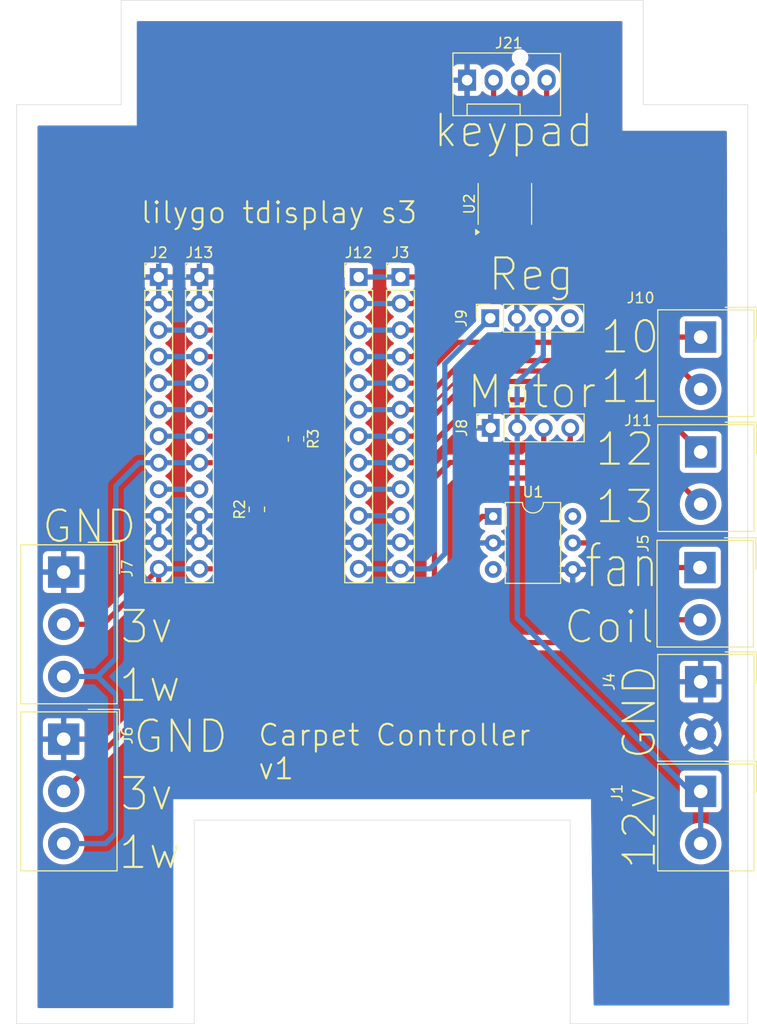
<source format=kicad_pcb>
(kicad_pcb (version 20240108) (generator "pcbnew") (generator_version "8.0")
  (layers (0 "F.Cu" signal) (31 "B.Cu" signal) (34 "B.Paste" user) (35 "F.Paste" user) (36 "B.SilkS" user "B.Silkscreen") (37 "F.SilkS" user "F.Silkscreen") (38 "B.Mask" user) (39 "F.Mask" user) (44 "Edge.Cuts" user))
  (net 0 "")
  (net 1 "+3.3V")
  (net 2 "GND")
  (net 3 "MC-CCW")
  (net 4 "1WireData")
  (net 5 "CoilPin")
  (net 6 "unconnected-(J13-Pin_9-Pad9)")
  (net 7 "GPIO18")
  (net 8 "MC-CW")
  (net 9 "FanPin")
  (net 10 "GPIO12")
  (net 11 "GPIO13")
  (net 12 "GPIO11")
  (net 13 "+5V")
  (net 14 "unconnected-(J12-Pin_10-Pad10)")
  (net 15 "RButton")
  (net 16 "unconnected-(J12-Pin_9-Pad9)")
  (net 17 "CButton")
  (net 18 "GPIO10")
  (net 19 "LButton")
  (net 20 "+12V")
  (net 21 "R Button")
  (net 22 "C Button")
  (net 23 "L Button")
  (net 26 "Fan Relay")
  (net 27 "Net-(R3-Pad2)")
  (footprint "Connector_PinSocket_2.54mm:PinSocket_1x04_P2.54mm_Vertical" (layer "F.Cu") (at 145.35 67.945 90)
    (property "Reference" "J9" (at 0 -2.77 -90) (layer "F.SilkS"))
    (property "Value" "Conn_01x04_Socket" (hide yes))
    (fp_line (start 1.33 -1.33) (end 1.33 0) (stroke (width 0.12)) (layer "F.SilkS"))
    (fp_line (start 0 -1.33) (end 1.33 -1.33) (stroke (width 0.12)) (layer "F.SilkS"))
    (fp_line (start 1.33 1.27) (end 1.33 8.95) (stroke (width 0.12)) (layer "F.SilkS"))
    (fp_line (start -1.33 1.27) (end 1.33 1.27) (stroke (width 0.12)) (layer "F.SilkS"))
    (fp_line (start -1.33 1.27) (end -1.33 8.95) (stroke (width 0.12)) (layer "F.SilkS"))
    (fp_line (start -1.33 8.95) (end 1.33 8.95) (stroke (width 0.12)) (layer "F.SilkS"))
    (pad "1" thru_hole rect (at 0 0 90) (size 1.7 1.7) (drill 1) (layers "*.Cu" "*.Mask") (net 13 "+5V"))
    (pad "2" thru_hole oval (at 0 2.54 90) (size 1.7 1.7) (drill 1) (layers "*.Cu" "*.Mask") (net 2 "GND"))
    (pad "3" thru_hole oval (at 0 5.08 90) (size 1.7 1.7) (drill 1) (layers "*.Cu" "*.Mask") (net 20 "+12V"))
    (pad "4" thru_hole oval (at 0 7.62 90) (size 1.7 1.7) (drill 1) (layers "*.Cu" "*.Mask"))
  )
  (footprint "Resistor_SMD:R_0805_2012Metric_Pad1.20x1.40mm_HandSolder" (layer "F.Cu") (at 123 86.25 90)
    (property "Reference" "R2" (at 0 -1.65 270) (layer "F.SilkS"))
    (property "Value" "R_Small")
    (fp_line (start -0.227064 -0.735) (end 0.227064 -0.735) (stroke (width 0.12)) (layer "F.SilkS"))
    (fp_line (start -0.227064 0.735) (end 0.227064 0.735) (stroke (width 0.12)) (layer "F.SilkS"))
    (pad "1" smd roundrect (at -1 0 90) (size 1.2 1.4) (layers "F.Cu" "F.Paste" "F.Mask") (roundrect_rratio 0.208333) (net 1 "+3.3V"))
    (pad "2" smd roundrect (at 1 0 90) (size 1.2 1.4) (layers "F.Cu" "F.Paste" "F.Mask") (roundrect_rratio 0.208333) (net 4 "1WireData"))
  )
  (footprint "Connector_PinHeader_2.54mm:PinHeader_1x12_P2.54mm_Vertical" (layer "F.Cu") (at 113.6 64)
    (property "Reference" "J2" (at 0 -2.33 0) (layer "F.SilkS"))
    (property "Value" "Conn_01x12_Socket" (hide yes))
    (fp_line (start -1.33 -1.33) (end 0 -1.33) (stroke (width 0.12)) (layer "F.SilkS"))
    (fp_line (start -1.33 0) (end -1.33 -1.33) (stroke (width 0.12)) (layer "F.SilkS"))
    (fp_line (start -1.33 1.27) (end -1.33 29.27) (stroke (width 0.12)) (layer "F.SilkS"))
    (fp_line (start -1.33 1.27) (end 1.33 1.27) (stroke (width 0.12)) (layer "F.SilkS"))
    (fp_line (start -1.33 29.27) (end 1.33 29.27) (stroke (width 0.12)) (layer "F.SilkS"))
    (fp_line (start 1.33 1.27) (end 1.33 29.27) (stroke (width 0.12)) (layer "F.SilkS"))
    (pad "1" thru_hole rect (at 0 0) (size 1.7 1.7) (drill 1) (layers "*.Cu" "*.Mask") (net 2 "GND"))
    (pad "2" thru_hole oval (at 0 2.54) (size 1.7 1.7) (drill 1) (layers "*.Cu" "*.Mask") (net 2 "GND"))
    (pad "3" thru_hole oval (at 0 5.08) (size 1.7 1.7) (drill 1) (layers "*.Cu" "*.Mask") (net 8 "MC-CW"))
    (pad "4" thru_hole oval (at 0 7.62) (size 1.7 1.7) (drill 1) (layers "*.Cu" "*.Mask") (net 3 "MC-CCW"))
    (pad "5" thru_hole oval (at 0 10.16) (size 1.7 1.7) (drill 1) (layers "*.Cu" "*.Mask") (net 7 "GPIO18"))
    (pad "6" thru_hole oval (at 0 12.7) (size 1.7 1.7) (drill 1) (layers "*.Cu" "*.Mask") (net 9 "FanPin"))
    (pad "7" thru_hole oval (at 0 15.24) (size 1.7 1.7) (drill 1) (layers "*.Cu" "*.Mask") (net 5 "CoilPin"))
    (pad "8" thru_hole oval (at 0 17.78) (size 1.7 1.7) (drill 1) (layers "*.Cu" "*.Mask") (net 4 "1WireData"))
    (pad "9" thru_hole oval (at 0 20.32) (size 1.7 1.7) (drill 1) (layers "*.Cu" "*.Mask") (net 6 "unconnected-(J13-Pin_9-Pad9)"))
    (pad "10" thru_hole oval (at 0 22.86) (size 1.7 1.7) (drill 1) (layers "*.Cu" "*.Mask") (net 2 "GND"))
    (pad "11" thru_hole oval (at 0 25.4) (size 1.7 1.7) (drill 1) (layers "*.Cu" "*.Mask") (net 2 "GND"))
    (pad "12" thru_hole oval (at 0 27.94) (size 1.7 1.7) (drill 1) (layers "*.Cu" "*.Mask") (net 1 "+3.3V"))
  )
  (footprint "Connector_PinHeader_2.54mm:PinHeader_1x12_P2.54mm_Vertical" (layer "F.Cu") (at 117.5 64)
    (property "Reference" "J13" (at 0 -2.33 0) (layer "F.SilkS"))
    (property "Value" "Conn_01x12_Socket" (hide yes))
    (fp_line (start -1.33 -1.33) (end 0 -1.33) (stroke (width 0.12)) (layer "F.SilkS"))
    (fp_line (start -1.33 0) (end -1.33 -1.33) (stroke (width 0.12)) (layer "F.SilkS"))
    (fp_line (start -1.33 1.27) (end -1.33 29.27) (stroke (width 0.12)) (layer "F.SilkS"))
    (fp_line (start -1.33 1.27) (end 1.33 1.27) (stroke (width 0.12)) (layer "F.SilkS"))
    (fp_line (start -1.33 29.27) (end 1.33 29.27) (stroke (width 0.12)) (layer "F.SilkS"))
    (fp_line (start 1.33 1.27) (end 1.33 29.27) (stroke (width 0.12)) (layer "F.SilkS"))
    (pad "1" thru_hole rect (at 0 0) (size 1.7 1.7) (drill 1) (layers "*.Cu" "*.Mask") (net 2 "GND"))
    (pad "2" thru_hole oval (at 0 2.54) (size 1.7 1.7) (drill 1) (layers "*.Cu" "*.Mask") (net 2 "GND"))
    (pad "3" thru_hole oval (at 0 5.08) (size 1.7 1.7) (drill 1) (layers "*.Cu" "*.Mask") (net 8 "MC-CW"))
    (pad "4" thru_hole oval (at 0 7.62) (size 1.7 1.7) (drill 1) (layers "*.Cu" "*.Mask") (net 3 "MC-CCW"))
    (pad "5" thru_hole oval (at 0 10.16) (size 1.7 1.7) (drill 1) (layers "*.Cu" "*.Mask") (net 7 "GPIO18"))
    (pad "6" thru_hole oval (at 0 12.7) (size 1.7 1.7) (drill 1) (layers "*.Cu" "*.Mask") (net 9 "FanPin"))
    (pad "7" thru_hole oval (at 0 15.24) (size 1.7 1.7) (drill 1) (layers "*.Cu" "*.Mask") (net 5 "CoilPin"))
    (pad "8" thru_hole oval (at 0 17.78) (size 1.7 1.7) (drill 1) (layers "*.Cu" "*.Mask") (net 4 "1WireData"))
    (pad "9" thru_hole oval (at 0 20.32) (size 1.7 1.7) (drill 1) (layers "*.Cu" "*.Mask") (net 6 "unconnected-(J13-Pin_9-Pad9)"))
    (pad "10" thru_hole oval (at 0 22.86) (size 1.7 1.7) (drill 1) (layers "*.Cu" "*.Mask") (net 2 "GND"))
    (pad "11" thru_hole oval (at 0 25.4) (size 1.7 1.7) (drill 1) (layers "*.Cu" "*.Mask") (net 2 "GND"))
    (pad "12" thru_hole oval (at 0 27.94) (size 1.7 1.7) (drill 1) (layers "*.Cu" "*.Mask") (net 1 "+3.3V"))
  )
  (footprint "TerminalBlock_Altech:Altech_AK100_1x02_P5.00mm" (layer "F.Cu") (at 165.5 102.75 -90)
    (property "Reference" "J4" (at 0 8.75 90) (layer "F.SilkS"))
    (property "Value" "Screw_Terminal_01x02" (hide yes))
    (fp_line (start -2.61 4.11) (end 7.61 4.11) (stroke (width 0.12)) (layer "F.SilkS"))
    (fp_line (start -2.85 -2.35) (end -2.85 -5.35) (stroke (width 0.12)) (layer "F.SilkS"))
    (fp_line (start -2.61 -5.11) (end -2.61 4.11) (stroke (width 0.12)) (layer "F.SilkS"))
    (fp_line (start -2.61 -5.11) (end 7.61 -5.11) (stroke (width 0.12)) (layer "F.SilkS"))
    (fp_line (start 7.61 -5.11) (end 7.61 4.11) (stroke (width 0.12)) (layer "F.SilkS"))
    (fp_line (start -2.85 -5.35) (end 0.15 -5.35) (stroke (width 0.12)) (layer "F.SilkS"))
    (pad "1" thru_hole rect (at 0 0 270) (size 3 3) (drill 1.3) (layers "*.Cu" "*.Mask") (net 2 "GND"))
    (pad "2" thru_hole circle (at 5 0 270) (size 3 3) (drill 1.3) (layers "*.Cu" "*.Mask") (net 2 "GND"))
  )
  (footprint "Package_SO:SOIC-8_3.9x4.9mm_P1.27mm" (layer "F.Cu") (at 146.75 57 90)
    (property "Reference" "U2" (at 0 -3.4 270) (layer "F.SilkS"))
    (property "Value" "LF398_SOIC8")
    (fp_line (start 0 -2.56) (end 1.95 -2.56) (stroke (width 0.12)) (layer "F.SilkS"))
    (fp_line (start 0 -2.56) (end -1.95 -2.56) (stroke (width 0.12)) (layer "F.SilkS"))
    (fp_line (start 0 2.56) (end 1.95 2.56) (stroke (width 0.12)) (layer "F.SilkS"))
    (fp_line (start 0 2.56) (end -1.95 2.56) (stroke (width 0.12)) (layer "F.SilkS"))
    (fp_poly (pts (xy -2.7 -2.465) (xy -2.94 -2.795) (xy -2.46 -2.795) (xy -2.7 -2.465)) (stroke (width 0.12)) (fill solid) (layer "F.SilkS"))
    (pad "1" smd roundrect (at -2.475 -1.905 90) (size 1.95 0.6) (layers "F.Cu" "F.Paste" "F.Mask") (net 1 "+3.3V"))
    (pad "2" smd roundrect (at -2.475 -0.635 90) (size 1.95 0.6) (layers "F.Cu" "F.Paste" "F.Mask") (net 19 "LButton"))
    (pad "3" smd roundrect (at -2.475 0.635 90) (size 1.95 0.6) (layers "F.Cu" "F.Paste" "F.Mask") (net 15 "RButton"))
    (pad "4" smd roundrect (at -2.475 1.905 90) (size 1.95 0.6) (layers "F.Cu" "F.Paste" "F.Mask") (net 17 "CButton"))
    (pad "5" smd roundrect (at 2.475 1.905 90) (size 1.95 0.6) (layers "F.Cu" "F.Paste" "F.Mask") (net 23 "L Button"))
    (pad "6" smd roundrect (at 2.475 0.635 90) (size 1.95 0.6) (layers "F.Cu" "F.Paste" "F.Mask") (net 21 "R Button"))
    (pad "7" smd roundrect (at 2.475 -0.635 90) (size 1.95 0.6) (layers "F.Cu" "F.Paste" "F.Mask") (net 22 "C Button"))
    (pad "8" smd roundrect (at 2.475 -1.905 90) (size 1.95 0.6) (layers "F.Cu" "F.Paste" "F.Mask") (net 2 "GND"))
  )
  (footprint "TerminalBlock_Altech:Altech_AK100_1x02_P5.00mm" (layer "F.Cu") (at 165.5 113.25 -90)
    (property "Reference" "J1" (at 0.15 8 90) (layer "F.SilkS"))
    (property "Value" "Screw_Terminal_01x02" (hide yes))
    (fp_line (start -2.61 4.11) (end 7.61 4.11) (stroke (width 0.12)) (layer "F.SilkS"))
    (fp_line (start -2.85 -2.35) (end -2.85 -5.35) (stroke (width 0.12)) (layer "F.SilkS"))
    (fp_line (start -2.61 -5.11) (end -2.61 4.11) (stroke (width 0.12)) (layer "F.SilkS"))
    (fp_line (start -2.61 -5.11) (end 7.61 -5.11) (stroke (width 0.12)) (layer "F.SilkS"))
    (fp_line (start 7.61 -5.11) (end 7.61 4.11) (stroke (width 0.12)) (layer "F.SilkS"))
    (fp_line (start -2.85 -5.35) (end 0.15 -5.35) (stroke (width 0.12)) (layer "F.SilkS"))
    (pad "1" thru_hole rect (at 0 0 270) (size 3 3) (drill 1.3) (layers "*.Cu" "*.Mask") (net 20 "+12V"))
    (pad "2" thru_hole circle (at 5 0 270) (size 3 3) (drill 1.3) (layers "*.Cu" "*.Mask") (net 20 "+12V"))
  )
  (footprint "TerminalBlock_Altech:Altech_AK100_1x02_P5.00mm" (layer "F.Cu") (at 165.5 69.75 -90)
    (property "Reference" "J10" (at -3.75 5.75 180) (layer "F.SilkS"))
    (property "Value" "Screw_Terminal_01x02" (hide yes))
    (fp_line (start -2.61 4.11) (end 7.61 4.11) (stroke (width 0.12)) (layer "F.SilkS"))
    (fp_line (start -2.85 -2.35) (end -2.85 -5.35) (stroke (width 0.12)) (layer "F.SilkS"))
    (fp_line (start -2.61 -5.11) (end -2.61 4.11) (stroke (width 0.12)) (layer "F.SilkS"))
    (fp_line (start -2.61 -5.11) (end 7.61 -5.11) (stroke (width 0.12)) (layer "F.SilkS"))
    (fp_line (start 7.61 -5.11) (end 7.61 4.11) (stroke (width 0.12)) (layer "F.SilkS"))
    (fp_line (start -2.85 -5.35) (end 0.15 -5.35) (stroke (width 0.12)) (layer "F.SilkS"))
    (pad "1" thru_hole rect (at 0 0 270) (size 3 3) (drill 1.3) (layers "*.Cu" "*.Mask") (net 18 "GPIO10"))
    (pad "2" thru_hole circle (at 5 0 270) (size 3 3) (drill 1.3) (layers "*.Cu" "*.Mask") (net 12 "GPIO11"))
  )
  (footprint "Connector_PinHeader_2.54mm:PinHeader_1x12_P2.54mm_Vertical" (layer "F.Cu") (at 132.75 64)
    (property "Reference" "J12" (at 0 -2.33 0) (layer "F.SilkS"))
    (property "Value" "Conn_01x12_Socket" (hide yes))
    (fp_line (start -1.33 -1.33) (end 0 -1.33) (stroke (width 0.12)) (layer "F.SilkS"))
    (fp_line (start -1.33 0) (end -1.33 -1.33) (stroke (width 0.12)) (layer "F.SilkS"))
    (fp_line (start -1.33 1.27) (end -1.33 29.27) (stroke (width 0.12)) (layer "F.SilkS"))
    (fp_line (start -1.33 1.27) (end 1.33 1.27) (stroke (width 0.12)) (layer "F.SilkS"))
    (fp_line (start -1.33 29.27) (end 1.33 29.27) (stroke (width 0.12)) (layer "F.SilkS"))
    (fp_line (start 1.33 1.27) (end 1.33 29.27) (stroke (width 0.12)) (layer "F.SilkS"))
    (pad "1" thru_hole rect (at 0 0) (size 1.7 1.7) (drill 1) (layers "*.Cu" "*.Mask") (net 1 "+3.3V"))
    (pad "2" thru_hole oval (at 0 2.54) (size 1.7 1.7) (drill 1) (layers "*.Cu" "*.Mask") (net 19 "LButton"))
    (pad "3" thru_hole oval (at 0 5.08) (size 1.7 1.7) (drill 1) (layers "*.Cu" "*.Mask") (net 15 "RButton"))
    (pad "4" thru_hole oval (at 0 7.62) (size 1.7 1.7) (drill 1) (layers "*.Cu" "*.Mask") (net 17 "CButton"))
    (pad "5" thru_hole oval (at 0 10.16) (size 1.7 1.7) (drill 1) (layers "*.Cu" "*.Mask") (net 18 "GPIO10"))
    (pad "6" thru_hole oval (at 0 12.7) (size 1.7 1.7) (drill 1) (layers "*.Cu" "*.Mask") (net 12 "GPIO11"))
    (pad "7" thru_hole oval (at 0 15.24) (size 1.7 1.7) (drill 1) (layers "*.Cu" "*.Mask") (net 10 "GPIO12"))
    (pad "8" thru_hole oval (at 0 17.78) (size 1.7 1.7) (drill 1) (layers "*.Cu" "*.Mask") (net 11 "GPIO13"))
    (pad "9" thru_hole oval (at 0 20.32) (size 1.7 1.7) (drill 1) (layers "*.Cu" "*.Mask") (net 16 "unconnected-(J12-Pin_9-Pad9)"))
    (pad "10" thru_hole oval (at 0 22.86) (size 1.7 1.7) (drill 1) (layers "*.Cu" "*.Mask") (net 14 "unconnected-(J12-Pin_10-Pad10)"))
    (pad "11" thru_hole oval (at 0 25.4) (size 1.7 1.7) (drill 1) (layers "*.Cu" "*.Mask") (net 2 "GND"))
    (pad "12" thru_hole oval (at 0 27.94) (size 1.7 1.7) (drill 1) (layers "*.Cu" "*.Mask") (net 13 "+5V"))
  )
  (footprint "Connector:FanPinHeader_1x04_P2.54mm_Vertical" (layer "F.Cu") (at 143.13 45.15)
    (property "Reference" "J21" (at 4 -3.55 360) (layer "F.SilkS"))
    (property "Value" "Conn_01x04_Pin" (hide yes))
    (fp_line (start -1.35 -2.6) (end 4.4 -2.6) (stroke (width 0.12)) (layer "F.SilkS"))
    (fp_line (start -1.35 3.4) (end -1.35 -2.6) (stroke (width 0.12)) (layer "F.SilkS"))
    (fp_line (start 0 2.29) (end 5.08 2.29) (stroke (width 0.12)) (layer "F.SilkS"))
    (fp_line (start 0 3.3) (end 0 2.29) (stroke (width 0.12)) (layer "F.SilkS"))
    (fp_line (start 5.08 2.29) (end 5.08 3.3) (stroke (width 0.12)) (layer "F.SilkS"))
    (fp_line (start 5.75 -2.55) (end 8.95 -2.55) (stroke (width 0.12)) (layer "F.SilkS"))
    (fp_line (start 8.95 -2.55) (end 8.95 3.4) (stroke (width 0.12)) (layer "F.SilkS"))
    (fp_line (start 8.95 3.4) (end -1.35 3.4) (stroke (width 0.12)) (layer "F.SilkS"))
    (pad "" np_thru_hole circle (at 5.08 -2.16 90) (size 1.1 1.1) (drill 1.1) (layers "*.Cu" "*.Mask"))
    (pad "1" thru_hole rect (at 0 0 90) (size 2.03 1.73) (drill 1.02) (layers "*.Cu" "*.Mask") (net 2 "GND"))
    (pad "2" thru_hole oval (at 2.54 0 90) (size 2.03 1.73) (drill 1.02) (layers "*.Cu" "*.Mask") (net 22 "C Button"))
    (pad "3" thru_hole oval (at 5.08 0 90) (size 2.03 1.73) (drill 1.02) (layers "*.Cu" "*.Mask") (net 21 "R Button"))
    (pad "4" thru_hole oval (at 7.62 0 90) (size 2.03 1.73) (drill 1.02) (layers "*.Cu" "*.Mask") (net 23 "L Button"))
  )
  (footprint "Connector_PinHeader_2.54mm:PinHeader_1x12_P2.54mm_Vertical" (layer "F.Cu") (at 136.75 64)
    (property "Reference" "J3" (at 0 -2.33 0) (layer "F.SilkS"))
    (property "Value" "Conn_01x12_Socket" (hide yes))
    (fp_line (start -1.33 -1.33) (end 0 -1.33) (stroke (width 0.12)) (layer "F.SilkS"))
    (fp_line (start -1.33 0) (end -1.33 -1.33) (stroke (width 0.12)) (layer "F.SilkS"))
    (fp_line (start -1.33 1.27) (end -1.33 29.27) (stroke (width 0.12)) (layer "F.SilkS"))
    (fp_line (start -1.33 1.27) (end 1.33 1.27) (stroke (width 0.12)) (layer "F.SilkS"))
    (fp_line (start -1.33 29.27) (end 1.33 29.27) (stroke (width 0.12)) (layer "F.SilkS"))
    (fp_line (start 1.33 1.27) (end 1.33 29.27) (stroke (width 0.12)) (layer "F.SilkS"))
    (pad "1" thru_hole rect (at 0 0) (size 1.7 1.7) (drill 1) (layers "*.Cu" "*.Mask") (net 1 "+3.3V"))
    (pad "2" thru_hole oval (at 0 2.54) (size 1.7 1.7) (drill 1) (layers "*.Cu" "*.Mask") (net 19 "LButton"))
    (pad "3" thru_hole oval (at 0 5.08) (size 1.7 1.7) (drill 1) (layers "*.Cu" "*.Mask") (net 15 "RButton"))
    (pad "4" thru_hole oval (at 0 7.62) (size 1.7 1.7) (drill 1) (layers "*.Cu" "*.Mask") (net 17 "CButton"))
    (pad "5" thru_hole oval (at 0 10.16) (size 1.7 1.7) (drill 1) (layers "*.Cu" "*.Mask") (net 18 "GPIO10"))
    (pad "6" thru_hole oval (at 0 12.7) (size 1.7 1.7) (drill 1) (layers "*.Cu" "*.Mask") (net 12 "GPIO11"))
    (pad "7" thru_hole oval (at 0 15.24) (size 1.7 1.7) (drill 1) (layers "*.Cu" "*.Mask") (net 10 "GPIO12"))
    (pad "8" thru_hole oval (at 0 17.78) (size 1.7 1.7) (drill 1) (layers "*.Cu" "*.Mask") (net 11 "GPIO13"))
    (pad "9" thru_hole oval (at 0 20.32) (size 1.7 1.7) (drill 1) (layers "*.Cu" "*.Mask") (net 16 "unconnected-(J12-Pin_9-Pad9)"))
    (pad "10" thru_hole oval (at 0 22.86) (size 1.7 1.7) (drill 1) (layers "*.Cu" "*.Mask") (net 14 "unconnected-(J12-Pin_10-Pad10)"))
    (pad "11" thru_hole oval (at 0 25.4) (size 1.7 1.7) (drill 1) (layers "*.Cu" "*.Mask") (net 2 "GND"))
    (pad "12" thru_hole oval (at 0 27.94) (size 1.7 1.7) (drill 1) (layers "*.Cu" "*.Mask") (net 13 "+5V"))
  )
  (footprint "Connector_PinSocket_2.54mm:PinSocket_1x04_P2.54mm_Vertical" (layer "F.Cu") (at 145.39 78.445 90)
    (property "Reference" "J8" (at 0 -2.77 -90) (layer "F.SilkS"))
    (property "Value" "Conn_01x04_Socket" (hide yes))
    (fp_line (start 1.33 -1.33) (end 1.33 0) (stroke (width 0.12)) (layer "F.SilkS"))
    (fp_line (start 0 -1.33) (end 1.33 -1.33) (stroke (width 0.12)) (layer "F.SilkS"))
    (fp_line (start 1.33 1.27) (end 1.33 8.95) (stroke (width 0.12)) (layer "F.SilkS"))
    (fp_line (start -1.33 1.27) (end 1.33 1.27) (stroke (width 0.12)) (layer "F.SilkS"))
    (fp_line (start -1.33 1.27) (end -1.33 8.95) (stroke (width 0.12)) (layer "F.SilkS"))
    (fp_line (start -1.33 8.95) (end 1.33 8.95) (stroke (width 0.12)) (layer "F.SilkS"))
    (pad "1" thru_hole rect (at 0 0 90) (size 1.7 1.7) (drill 1) (layers "*.Cu" "*.Mask") (net 2 "GND"))
    (pad "2" thru_hole oval (at 0 2.54 90) (size 1.7 1.7) (drill 1) (layers "*.Cu" "*.Mask") (net 20 "+12V"))
    (pad "3" thru_hole oval (at 0 5.08 90) (size 1.7 1.7) (drill 1) (layers "*.Cu" "*.Mask") (net 8 "MC-CW"))
    (pad "4" thru_hole oval (at 0 7.62 90) (size 1.7 1.7) (drill 1) (layers "*.Cu" "*.Mask") (net 3 "MC-CCW"))
  )
  (footprint "TerminalBlock_Altech:Altech_AK100_1x02_P5.00mm" (layer "F.Cu") (at 165.4325 91.8175 -90)
    (property "Reference" "J5" (at -2.3175 5.4325 90) (layer "F.SilkS"))
    (property "Value" "Screw_Terminal_01x02" (hide yes))
    (fp_line (start -2.61 4.11) (end 7.61 4.11) (stroke (width 0.12)) (layer "F.SilkS"))
    (fp_line (start -2.85 -2.35) (end -2.85 -5.35) (stroke (width 0.12)) (layer "F.SilkS"))
    (fp_line (start -2.61 -5.11) (end -2.61 4.11) (stroke (width 0.12)) (layer "F.SilkS"))
    (fp_line (start -2.61 -5.11) (end 7.61 -5.11) (stroke (width 0.12)) (layer "F.SilkS"))
    (fp_line (start 7.61 -5.11) (end 7.61 4.11) (stroke (width 0.12)) (layer "F.SilkS"))
    (fp_line (start -2.85 -5.35) (end 0.15 -5.35) (stroke (width 0.12)) (layer "F.SilkS"))
    (pad "1" thru_hole rect (at 0 0 270) (size 3 3) (drill 1.3) (layers "*.Cu" "*.Mask") (net 26 "Fan Relay"))
    (pad "2" thru_hole circle (at 5 0 270) (size 3 3) (drill 1.3) (layers "*.Cu" "*.Mask") (net 5 "CoilPin"))
  )
  (footprint "TerminalBlock_Altech:Altech_AK100_1x03_P5.00mm" (layer "F.Cu") (at 104.5 92.25 -90)
    (property "Reference" "J7" (at -0.35 -6.09 90) (layer "F.SilkS"))
    (property "Value" "Screw_Terminal_01x03")
    (fp_line (start -2.61 4.11) (end 12.61 4.11) (stroke (width 0.12)) (layer "F.SilkS"))
    (fp_line (start -2.85 -2.35) (end -2.85 -5.35) (stroke (width 0.12)) (layer "F.SilkS"))
    (fp_line (start -2.61 -5.11) (end -2.61 4.11) (stroke (width 0.12)) (layer "F.SilkS"))
    (fp_line (start -2.61 -5.11) (end 12.61 -5.11) (stroke (width 0.12)) (layer "F.SilkS"))
    (fp_line (start 12.61 -5.11) (end 12.61 4.11) (stroke (width 0.12)) (layer "F.SilkS"))
    (fp_line (start -2.85 -5.35) (end 0.15 -5.35) (stroke (width 0.12)) (layer "F.SilkS"))
    (pad "1" thru_hole rect (at 0 0 270) (size 3 3) (drill 1.3) (layers "*.Cu" "*.Mask") (net 2 "GND"))
    (pad "2" thru_hole circle (at 5 0 270) (size 3 3) (drill 1.3) (layers "*.Cu" "*.Mask") (net 1 "+3.3V"))
    (pad "3" thru_hole circle (at 10 0 270) (size 3 3) (drill 1.3) (layers "*.Cu" "*.Mask") (net 4 "1WireData"))
  )
  (footprint "TerminalBlock_Altech:Altech_AK100_1x03_P5.00mm" (layer "F.Cu") (at 104.5 108.25 -90)
    (property "Reference" "J6" (at -0.35 -6.09 90) (layer "F.SilkS"))
    (property "Value" "Screw_Terminal_01x03")
    (fp_line (start -2.61 4.11) (end 12.61 4.11) (stroke (width 0.12)) (layer "F.SilkS"))
    (fp_line (start -2.85 -2.35) (end -2.85 -5.35) (stroke (width 0.12)) (layer "F.SilkS"))
    (fp_line (start -2.61 -5.11) (end -2.61 4.11) (stroke (width 0.12)) (layer "F.SilkS"))
    (fp_line (start -2.61 -5.11) (end 12.61 -5.11) (stroke (width 0.12)) (layer "F.SilkS"))
    (fp_line (start 12.61 -5.11) (end 12.61 4.11) (stroke (width 0.12)) (layer "F.SilkS"))
    (fp_line (start -2.85 -5.35) (end 0.15 -5.35) (stroke (width 0.12)) (layer "F.SilkS"))
    (pad "1" thru_hole rect (at 0 0 270) (size 3 3) (drill 1.3) (layers "*.Cu" "*.Mask") (net 2 "GND"))
    (pad "2" thru_hole circle (at 5 0 270) (size 3 3) (drill 1.3) (layers "*.Cu" "*.Mask") (net 1 "+3.3V"))
    (pad "3" thru_hole circle (at 10 0 270) (size 3 3) (drill 1.3) (layers "*.Cu" "*.Mask") (net 4 "1WireData"))
  )
  (footprint "Resistor_SMD:R_0805_2012Metric_Pad1.20x1.40mm_HandSolder" (layer "F.Cu") (at 126.75 79.5 -90)
    (property "Reference" "R3" (at 0 -1.65 90) (layer "F.SilkS"))
    (property "Value" "R_Small")
    (fp_line (start -0.227064 0.735) (end 0.227064 0.735) (stroke (width 0.12)) (layer "F.SilkS"))
    (fp_line (start -0.227064 -0.735) (end 0.227064 -0.735) (stroke (width 0.12)) (layer "F.SilkS"))
    (pad "1" smd roundrect (at -1 0 270) (size 1.2 1.4) (layers "F.Cu" "F.Paste" "F.Mask") (roundrect_rratio 0.208333) (net 9 "FanPin"))
    (pad "2" smd roundrect (at 1 0 270) (size 1.2 1.4) (layers "F.Cu" "F.Paste" "F.Mask") (roundrect_rratio 0.208333) (net 27 "Net-(R3-Pad2)"))
  )
  (footprint "TerminalBlock_Altech:Altech_AK100_1x02_P5.00mm" (layer "F.Cu") (at 165.5 80.75 -90)
    (property "Reference" "J11" (at -3 6 180) (layer "F.SilkS"))
    (property "Value" "Screw_Terminal_01x02" (hide yes))
    (fp_line (start -2.61 4.11) (end 7.61 4.11) (stroke (width 0.12)) (layer "F.SilkS"))
    (fp_line (start -2.85 -2.35) (end -2.85 -5.35) (stroke (width 0.12)) (layer "F.SilkS"))
    (fp_line (start -2.61 -5.11) (end -2.61 4.11) (stroke (width 0.12)) (layer "F.SilkS"))
    (fp_line (start -2.61 -5.11) (end 7.61 -5.11) (stroke (width 0.12)) (layer "F.SilkS"))
    (fp_line (start 7.61 -5.11) (end 7.61 4.11) (stroke (width 0.12)) (layer "F.SilkS"))
    (fp_line (start -2.85 -5.35) (end 0.15 -5.35) (stroke (width 0.12)) (layer "F.SilkS"))
    (pad "1" thru_hole rect (at 0 0 270) (size 3 3) (drill 1.3) (layers "*.Cu" "*.Mask") (net 10 "GPIO12"))
    (pad "2" thru_hole circle (at 5 0 270) (size 3 3) (drill 1.3) (layers "*.Cu" "*.Mask") (net 11 "GPIO13"))
  )
  (footprint "Package_DIP:DIP-6_W7.62mm" (layer "F.Cu") (at 145.63 86.92)
    (property "Reference" "U1" (at 3.81 -2.33 0) (layer "F.SilkS"))
    (property "Value" "4N35")
    (fp_line (start 1.16 -1.33) (end 1.16 6.41) (stroke (width 0.12)) (layer "F.SilkS"))
    (fp_line (start 1.16 6.41) (end 6.46 6.41) (stroke (width 0.12)) (layer "F.SilkS"))
    (fp_line (start 2.81 -1.33) (end 1.16 -1.33) (stroke (width 0.12)) (layer "F.SilkS"))
    (fp_line (start 6.46 -1.33) (end 4.81 -1.33) (stroke (width 0.12)) (layer "F.SilkS"))
    (fp_line (start 6.46 6.41) (end 6.46 -1.33) (stroke (width 0.12)) (layer "F.SilkS"))
    (fp_arc (start 4.81 -1.33) (mid 3.81 -0.33) (end 2.81 -1.33) (stroke (width 0.12)) (layer "F.SilkS"))
    (pad "1" thru_hole rect (at 0 0) (size 1.6 1.6) (drill 0.8) (layers "*.Cu" "*.Mask") (net 27 "Net-(R3-Pad2)"))
    (pad "2" thru_hole oval (at 0 2.54) (size 1.6 1.6) (drill 0.8) (layers "*.Cu" "*.Mask") (net 2 "GND"))
    (pad "3" thru_hole oval (at 0 5.08) (size 1.6 1.6) (drill 0.8) (layers "*.Cu" "*.Mask"))
    (pad "4" thru_hole oval (at 7.62 5.08) (size 1.6 1.6) (drill 0.8) (layers "*.Cu" "*.Mask") (net 2 "GND"))
    (pad "5" thru_hole oval (at 7.62 2.54) (size 1.6 1.6) (drill 0.8) (layers "*.Cu" "*.Mask") (net 26 "Fan Relay"))
    (pad "6" thru_hole oval (at 7.62 0) (size 1.6 1.6) (drill 0.8) (layers "*.Cu" "*.Mask"))
  )
  (gr_line (start 153 116) (end 153 135.5) (stroke (width 0.05)) (layer "Edge.Cuts"))
  (gr_line (start 117 135.5) (end 100 135.5) (stroke (width 0.05)) (layer "Edge.Cuts"))
  (gr_line (start 170 135.5) (end 170 116) (stroke (width 0.05)) (layer "Edge.Cuts"))
  (gr_line (start 117 116) (end 117 135.5) (stroke (width 0.05)) (layer "Edge.Cuts"))
  (gr_line (start 110 37.5) (end 160 37.5) (stroke (width 0.05)) (layer "Edge.Cuts"))
  (gr_line (start 100 135.5) (end 100 116) (stroke (width 0.05)) (layer "Edge.Cuts"))
  (gr_line (start 170 47.5) (end 170 116) (stroke (width 0.05)) (layer "Edge.Cuts"))
  (gr_line (start 160 47.5) (end 160 37.5) (stroke (width 0.05)) (layer "Edge.Cuts"))
  (gr_line (start 110 47.5) (end 110 37.5) (stroke (width 0.05)) (layer "Edge.Cuts"))
  (gr_line (start 117 116) (end 153 116) (stroke (width 0.05)) (layer "Edge.Cuts"))
  (gr_line (start 170 47.5) (end 160 47.5) (stroke (width 0.05)) (layer "Edge.Cuts"))
  (gr_line (start 170 135.5) (end 153 135.5) (stroke (width 0.05)) (layer "Edge.Cuts"))
  (gr_line (start 100 47.5) (end 110 47.5) (stroke (width 0.05)) (layer "Edge.Cuts"))
  (gr_line (start 100 47.5) (end 100 116) (stroke (width 0.05)) (layer "Edge.Cuts"))
  (gr_text "Reg" (at 145 65.5 0) (layer "F.SilkS") (effects (font (size 3 3) (thickness 0.2)) (justify left bottom)))
  (gr_text "1w" (at 109.61 120.86 0) (layer "F.SilkS") (effects (font (size 3 3) (thickness 0.2)) (justify left bottom)))
  (gr_text "12v" (at 161.39 120.86 90) (layer "F.SilkS") (effects (font (size 3 3) (thickness 0.2)) (justify left bottom)))
  (gr_text "1w" (at 109.61 104.86 0) (layer "F.SilkS") (effects (font (size 3 3) (thickness 0.2)) (justify left bottom)))
  (gr_text "13" (at 155.25 87.75 0) (layer "F.SilkS") (effects (font (size 3 3) (thickness 0.2)) (justify left bottom)))
  (gr_text "3v" (at 109.75 99.25 0) (layer "F.SilkS") (effects (font (size 3 3) (thickness 0.2)) (justify left bottom)))
  (gr_text "GND\n" (at 111 109.75 0) (layer "F.SilkS") (effects (font (size 3 3) (thickness 0.2)) (justify left bottom)))
  (gr_text "10" (at 155.75 71.5 0) (layer "F.SilkS") (effects (font (size 3 3) (thickness 0.2)) (justify left bottom)))
  (gr_text "11" (at 155.75 76.25 0) (layer "F.SilkS") (effects (font (size 3 3) (thickness 0.2)) (justify left bottom)))
  (gr_text "Coil" (at 152.25 99.25 0) (layer "F.SilkS") (effects (font (size 3 3) (thickness 0.2)) (justify left bottom)))
  (gr_text "GND" (at 161.39 110.36 90) (layer "F.SilkS") (effects (font (size 3 3) (thickness 0.2)) (justify left bottom)))
  (gr_text "Motor" (at 143 76.75 0) (layer "F.SilkS") (effects (font (size 3 3) (thickness 0.2)) (justify left bottom)))
  (gr_text "Carpet Controller\nv1" (at 123 112.25 0) (layer "F.SilkS") (effects (font (size 2 2) (thickness 0.2)) (justify left bottom)))
  (gr_text "12" (at 155.25 82.25 0) (layer "F.SilkS") (effects (font (size 3 3) (thickness 0.2)) (justify left bottom)))
  (gr_text "keypad" (at 139.75 51.75 0) (layer "F.SilkS") (effects (font (size 3 3) (thickness 0.2)) (justify left bottom)))
  (gr_text "fan" (at 154.25 94 0) (layer "F.SilkS") (effects (font (size 4 3) (thickness 0.2)) (justify left bottom)))
  (gr_text "3v" (at 109.75 115.25 0) (layer "F.SilkS") (effects (font (size 3 3) (thickness 0.2)) (justify left bottom)))
  (gr_text "GND\n" (at 102.25 89.64 0) (layer "F.SilkS") (effects (font (size 3 3) (thickness 0.2)) (justify left bottom)))
  (gr_text "lilygo tdisplay s3" (at 111.75 59 0) (layer "F.SilkS") (effects (font (size 2 2) (thickness 0.2)) (justify left bottom)))
  (segment (start 136.75 64) (end 138.75 64) (width 0.5) (layer "F.Cu") (net 1))
  (segment (start 138.75 64) (end 141.5 61.25) (width 0.5) (layer "F.Cu") (net 1))
  (segment (start 144.25 61.25) (end 144.845 60.655) (width 0.5) (layer "F.Cu") (net 1))
  (segment (start 104.5 97.25) (end 108.29 97.25) (width 0.5) (layer "F.Cu") (net 1))
  (segment (start 120.5 92) (end 120.44 91.94) (width 0.5) (layer "F.Cu") (net 1))
  (segment (start 120.44 91.94) (end 117.5 91.94) (width 0.5) (layer "F.Cu") (net 1))
  (segment (start 108.29 97.25) (end 113.6 91.94) (width 0.5) (layer "F.Cu") (net 1))
  (segment (start 123 87.25) (end 123 89.5) (width 0.5) (layer "F.Cu") (net 1))
  (segment (start 144.845 60.655) (end 144.845 59.475) (width 0.5) (layer "F.Cu") (net 1))
  (segment (start 141.5 61.25) (end 144.25 61.25) (width 0.5) (layer "F.Cu") (net 1))
  (segment (start 104.5 113.25) (end 113.6 104.15) (width 0.5) (layer "F.Cu") (net 1))
  (segment (start 123 89.5) (end 120.5 92) (width 0.5) (layer "F.Cu") (net 1))
  (segment (start 113.6 104.15) (end 113.6 91.94) (width 0.5) (layer "F.Cu") (net 1))
  (segment (start 113.6 91.94) (end 117.5 91.94) (width 0.5) (layer "B.Cu") (net 1))
  (segment (start 136.75 64) (end 132.75 64) (width 0.5) (layer "B.Cu") (net 1))
  (segment (start 144.845 51.595) (end 143.13 49.88) (width 0.5) (layer "F.Cu") (net 2))
  (segment (start 143.13 49.88) (end 143.13 45.15) (width 0.5) (layer "F.Cu") (net 2))
  (segment (start 144.845 54.525) (end 144.845 51.595) (width 0.5) (layer "F.Cu") (net 2))
  (segment (start 136.75 89.4) (end 132.75 89.4) (width 0.5) (layer "B.Cu") (net 2))
  (segment (start 113.6 64) (end 117.5 64) (width 0.5) (layer "B.Cu") (net 2))
  (segment (start 113.6 89.4) (end 117.5 89.4) (width 0.5) (layer "B.Cu") (net 2))
  (segment (start 113.6 66.54) (end 117.5 66.54) (width 0.5) (layer "B.Cu") (net 2))
  (segment (start 113.6 86.86) (end 117.5 86.86) (width 0.5) (layer "B.Cu") (net 2))
  (segment (start 141.5 93.75) (end 141.5 84) (width 0.5) (layer "F.Cu") (net 3))
  (segment (start 141.5 84) (end 142.25 83.25) (width 0.5) (layer "F.Cu") (net 3))
  (segment (start 129.25 73.5) (end 129.25 94) (width 0.5) (layer "F.Cu") (net 3))
  (segment (start 149.407081 83.25) (end 153.01 79.647081) (width 0.5) (layer "F.Cu") (net 3))
  (segment (start 129.25 94) (end 131.25 96) (width 0.5) (layer "F.Cu") (net 3))
  (segment (start 142.25 83.25) (end 149.407081 83.25) (width 0.5) (layer "F.Cu") (net 3))
  (segment (start 153.01 79.647081) (end 153.01 78.445) (width 0.5) (layer "F.Cu") (net 3))
  (segment (start 139.25 96) (end 141.5 93.75) (width 0.5) (layer "F.Cu") (net 3))
  (segment (start 127.37 71.62) (end 129.25 73.5) (width 0.5) (layer "F.Cu") (net 3))
  (segment (start 131.25 96) (end 139.25 96) (width 0.5) (layer "F.Cu") (net 3))
  (segment (start 117.5 71.62) (end 127.37 71.62) (width 0.5) (layer "F.Cu") (net 3))
  (segment (start 113.6 71.62) (end 117.5 71.62) (width 0.5) (layer "B.Cu") (net 3))
  (segment (start 117.5 81.78) (end 120.53 81.78) (width 0.5) (layer "F.Cu") (net 4))
  (segment (start 123 84.25) (end 123 85.25) (width 0.5) (layer "F.Cu") (net 4))
  (segment (start 120.53 81.78) (end 123 84.25) (width 0.5) (layer "F.Cu") (net 4))
  (segment (start 104.5 118.25) (end 108.5 118.25) (width 0.5) (layer "B.Cu") (net 4))
  (segment (start 109.5 117.25) (end 109.5 104) (width 0.5) (layer "B.Cu") (net 4))
  (segment (start 108.5 118.25) (end 109.5 117.25) (width 0.5) (layer "B.Cu") (net 4))
  (segment (start 113.6 81.78) (end 117.5 81.78) (width 0.5) (layer "B.Cu") (net 4))
  (segment (start 109.5 100.5) (end 107.75 102.25) (width 0.5) (layer "B.Cu") (net 4))
  (segment (start 109.5 84) (end 109.5 100.5) (width 0.5) (layer "B.Cu") (net 4))
  (segment (start 111.72 81.78) (end 109.5 84) (width 0.5) (layer "B.Cu") (net 4))
  (segment (start 113.6 81.78) (end 111.72 81.78) (width 0.5) (layer "B.Cu") (net 4))
  (segment (start 107.75 102.25) (end 109.5 104) (width 0.5) (layer "B.Cu") (net 4))
  (segment (start 104.5 102.25) (end 107.75 102.25) (width 0.5) (layer "B.Cu") (net 4))
  (segment (start 125 83.25) (end 125 95.5) (width 0.5) (layer "F.Cu") (net 5))
  (segment (start 125 95.5) (end 128.5 99) (width 0.5) (layer "F.Cu") (net 5))
  (segment (start 128.5 99) (end 154.75 99) (width 0.5) (layer "F.Cu") (net 5))
  (segment (start 117.5 79.24) (end 120.99 79.24) (width 0.5) (layer "F.Cu") (net 5))
  (segment (start 157 96.75) (end 157.0675 96.8175) (width 0.5) (layer "F.Cu") (net 5))
  (segment (start 120.99 79.24) (end 125 83.25) (width 0.5) (layer "F.Cu") (net 5))
  (segment (start 157.0675 96.8175) (end 165.4325 96.8175) (width 0.5) (layer "F.Cu") (net 5))
  (segment (start 154.75 99) (end 157 96.75) (width 0.5) (layer "F.Cu") (net 5))
  (segment (start 113.6 79.24) (end 117.5 79.24) (width 0.5) (layer "B.Cu") (net 5))
  (segment (start 113.6 84.32) (end 117.5 84.32) (width 0.5) (layer "B.Cu") (net 6))
  (segment (start 113.6 74.16) (end 117.5 74.16) (width 0.5) (layer "B.Cu") (net 7))
  (segment (start 141.5 81.75) (end 148.75 81.75) (width 0.5) (layer "F.Cu") (net 8))
  (segment (start 140 83.25) (end 141.5 81.75) (width 0.5) (layer "F.Cu") (net 8))
  (segment (start 150.47 79.97) (end 150.47 78.445) (width 0.5) (layer "F.Cu") (net 8))
  (segment (start 131.75 94.75) (end 138.75 94.75) (width 0.5) (layer "F.Cu") (net 8))
  (segment (start 117.5 69.08) (end 128.33 69.08) (width 0.5) (layer "F.Cu") (net 8))
  (segment (start 150.5 80) (end 150.47 79.97) (width 0.5) (layer "F.Cu") (net 8))
  (segment (start 138.75 94.75) (end 140 93.5) (width 0.5) (layer "F.Cu") (net 8))
  (segment (start 148.75 81.75) (end 150.5 80) (width 0.5) (layer "F.Cu") (net 8))
  (segment (start 130.5 71.25) (end 130.5 93.5) (width 0.5) (layer "F.Cu") (net 8))
  (segment (start 128.33 69.08) (end 130.5 71.25) (width 0.5) (layer "F.Cu") (net 8))
  (segment (start 130.5 93.5) (end 131.75 94.75) (width 0.5) (layer "F.Cu") (net 8))
  (segment (start 140 93.5) (end 140 83.25) (width 0.5) (layer "F.Cu") (net 8))
  (segment (start 113.6 69.08) (end 117.5 69.08) (width 0.5) (layer "B.Cu") (net 8))
  (segment (start 124.95 76.7) (end 117.5 76.7) (width 0.5) (layer "F.Cu") (net 9))
  (segment (start 125 76.75) (end 124.95 76.7) (width 0.5) (layer "F.Cu") (net 9))
  (segment (start 126.75 77.75) (end 125.75 76.75) (width 0.5) (layer "F.Cu") (net 9))
  (segment (start 125.75 76.75) (end 125 76.75) (width 0.5) (layer "F.Cu") (net 9))
  (segment (start 126.75 78.5) (end 126.75 77.75) (width 0.5) (layer "F.Cu") (net 9))
  (segment (start 113.6 76.7) (end 117.5 76.7) (width 0.5) (layer "B.Cu") (net 9))
  (segment (start 160.75 74.5) (end 160.75 76) (width 0.5) (layer "F.Cu") (net 10))
  (segment (start 143.25 74) (end 160.25 74) (width 0.5) (layer "F.Cu") (net 10))
  (segment (start 160.25 74) (end 160.75 74.5) (width 0.5) (layer "F.Cu") (net 10))
  (segment (start 138.01 79.24) (end 143.25 74) (width 0.5) (layer "F.Cu") (net 10))
  (segment (start 136.75 79.24) (end 138.01 79.24) (width 0.5) (layer "F.Cu") (net 10))
  (segment (start 160.75 76) (end 165.5 80.75) (width 0.5) (layer "F.Cu") (net 10))
  (segment (start 136.75 79.24) (end 132.75 79.24) (width 0.5) (layer "B.Cu") (net 10))
  (segment (start 157.5 75.75) (end 161.5 79.75) (width 0.5) (layer "F.Cu") (net 11))
  (segment (start 136.75 81.78) (end 137.97 81.78) (width 0.5) (layer "F.Cu") (net 11))
  (segment (start 144 75.75) (end 157.5 75.75) (width 0.5) (layer "F.Cu") (net 11))
  (segment (start 161.5 79.75) (end 161.5 81.75) (width 0.5) (layer "F.Cu") (net 11))
  (segment (start 137.97 81.78) (end 144 75.75) (width 0.5) (layer "F.Cu") (net 11))
  (segment (start 161.5 81.75) (end 165.5 85.75) (width 0.5) (layer "F.Cu") (net 11))
  (segment (start 136.75 81.78) (end 132.75 81.78) (width 0.5) (layer "B.Cu") (net 11))
  (segment (start 136.75 76.7) (end 138.05 76.7) (width 0.5) (layer "F.Cu") (net 12))
  (segment (start 142.75 72) (end 162.75 72) (width 0.5) (layer "F.Cu") (net 12))
  (segment (start 138.05 76.7) (end 142.75 72) (width 0.5) (layer "F.Cu") (net 12))
  (segment (start 162.75 72) (end 165.5 74.75) (width 0.5) (layer "F.Cu") (net 12))
  (segment (start 136.75 76.7) (end 132.75 76.7) (width 0.5) (layer "B.Cu") (net 12))
  (segment (start 139.56 91.94) (end 141 90.5) (width 0.5) (layer "B.Cu") (net 13))
  (segment (start 136.75 91.94) (end 139.56 91.94) (width 0.5) (layer "B.Cu") (net 13))
  (segment (start 141 72.295) (end 145.35 67.945) (width 0.5) (layer "B.Cu") (net 13))
  (segment (start 141 90.5) (end 141 72.295) (width 0.5) (layer "B.Cu") (net 13))
  (segment (start 136.75 91.94) (end 132.75 91.94) (width 0.5) (layer "B.Cu") (net 13))
  (segment (start 136.75 86.86) (end 132.75 86.86) (width 0.5) (layer "B.Cu") (net 14))
  (segment (start 147.385 60.449999) (end 147.385 59.475) (width 0.5) (layer "F.Cu") (net 15))
  (segment (start 138.754999 69.08) (end 147.385 60.449999) (width 0.5) (layer "F.Cu") (net 15))
  (segment (start 136.75 69.08) (end 138.754999 69.08) (width 0.5) (layer "F.Cu") (net 15))
  (segment (start 136.75 69.08) (end 132.75 69.08) (width 0.5) (layer "B.Cu") (net 15))
  (segment (start 136.75 84.32) (end 132.75 84.32) (width 0.5) (layer "B.Cu") (net 16))
  (segment (start 148.655 60.917081) (end 148.655 59.475) (width 0.5) (layer "F.Cu") (net 17))
  (segment (start 137.952081 71.62) (end 148.655 60.917081) (width 0.5) (layer "F.Cu") (net 17))
  (segment (start 136.75 71.62) (end 137.952081 71.62) (width 0.5) (layer "F.Cu") (net 17))
  (segment (start 136.75 71.62) (end 132.75 71.62) (width 0.5) (layer "B.Cu") (net 17))
  (segment (start 142.25 70.25) (end 162.5 70.25) (width 0.5) (layer "F.Cu") (net 18))
  (segment (start 163 69.75) (end 165.5 69.75) (width 0.5) (layer "F.Cu") (net 18))
  (segment (start 138.34 74.16) (end 142.25 70.25) (width 0.5) (layer "F.Cu") (net 18))
  (segment (start 136.75 74.16) (end 138.34 74.16) (width 0.5) (layer "F.Cu") (net 18))
  (segment (start 162.5 70.25) (end 163 69.75) (width 0.5) (layer "F.Cu") (net 18))
  (segment (start 136.75 74.16) (end 132.75 74.16) (width 0.5) (layer "B.Cu") (net 18))
  (segment (start 136.75 66.54) (end 137.96 66.54) (width 0.5) (layer "F.Cu") (net 19))
  (segment (start 142.25 62.25) (end 144.314999 62.25) (width 0.5) (layer "F.Cu") (net 19))
  (segment (start 144.314999 62.25) (end 146.115 60.449999) (width 0.5) (layer "F.Cu") (net 19))
  (segment (start 137.96 66.54) (end 142.25 62.25) (width 0.5) (layer "F.Cu") (net 19))
  (segment (start 146.115 60.449999) (end 146.115 59.475) (width 0.5) (layer "F.Cu") (net 19))
  (segment (start 136.75 66.54) (end 132.75 66.54) (width 0.5) (layer "B.Cu") (net 19))
  (segment (start 164.5 113.25) (end 165.5 113.25) (width 0.5) (layer "B.Cu") (net 20))
  (segment (start 165.5 113.25) (end 165.5 118.25) (width 0.5) (layer "B.Cu") (net 20))
  (segment (start 147.93 96.68) (end 164.5 113.25) (width 0.5) (layer "B.Cu") (net 20))
  (segment (start 150.43 71.57) (end 150.43 67.945) (width 0.5) (layer "B.Cu") (net 20))
  (segment (start 147.93 74.07) (end 150.43 71.57) (width 0.5) (layer "B.Cu") (net 20))
  (segment (start 147.93 78.445) (end 147.93 74.07) (width 0.5) (layer "B.Cu") (net 20))
  (segment (start 147.93 78.445) (end 147.93 96.68) (width 0.5) (layer "B.Cu") (net 20))
  (segment (start 147.385 54.525) (end 147.385 50.865) (width 0.5) (layer "F.Cu") (net 21))
  (segment (start 148.25 50) (end 148.21 49.96) (width 0.5) (layer "F.Cu") (net 21))
  (segment (start 148.21 49.96) (end 148.21 45.15) (width 0.5) (layer "F.Cu") (net 21))
  (segment (start 147.385 50.865) (end 148.25 50) (width 0.5) (layer "F.Cu") (net 21))
  (segment (start 146.115 54.525) (end 146.115 50.365) (width 0.5) (layer "F.Cu") (net 22))
  (segment (start 145.67 49.92) (end 145.67 45.15) (width 0.5) (layer "F.Cu") (net 22))
  (segment (start 146.115 50.365) (end 145.67 49.92) (width 0.5) (layer "F.Cu") (net 22))
  (segment (start 150.75 49.5) (end 150.75 45.15) (width 0.5) (layer "F.Cu") (net 23))
  (segment (start 148.655 51.595) (end 150.75 49.5) (width 0.5) (layer "F.Cu") (net 23))
  (segment (start 148.655 54.525) (end 148.655 51.595) (width 0.5) (layer "F.Cu") (net 23))
  (segment (start 160.3175 91.8175) (end 157.96 89.46) (width 0.5) (layer "F.Cu") (net 26))
  (segment (start 157.96 89.46) (end 153.25 89.46) (width 0.5) (layer "F.Cu") (net 26))
  (segment (start 165.4325 91.8175) (end 160.3175 91.8175) (width 0.5) (layer "F.Cu") (net 26))
  (segment (start 144.58 86.92) (end 145.63 86.92) (width 0.5) (layer "F.Cu") (net 27))
  (segment (start 126.75 94.25) (end 129.75 97.25) (width 0.5) (layer "F.Cu") (net 27))
  (segment (start 142.75 94.75) (end 142.75 88.75) (width 0.5) (layer "F.Cu") (net 27))
  (segment (start 129.75 97.25) (end 140.25 97.25) (width 0.5) (layer "F.Cu") (net 27))
  (segment (start 140.25 97.25) (end 142.75 94.75) (width 0.5) (layer "F.Cu") (net 27))
  (segment (start 126.75 80.5) (end 126.75 94.25) (width 0.5) (layer "F.Cu") (net 27))
  (segment (start 142.75 88.75) (end 144.58 86.92) (width 0.5) (layer "F.Cu") (net 27))
  (zone (net 2) (net_name "GND") (layers "F&B.Cu") (name "GND") (connect_pads (clearance 0.5)) (min_thickness 0.25) (fill yes (thermal_gap 0.5) (thermal_bridge_width 0.5))
    (polygon (pts (xy 158 39.5) (xy 158 50) (xy 168 50) (xy 168.25 133.75) (xy 155.25 133.75) (xy 155 114) (xy 115 114) (xy 115 134) (xy 102 134) (xy 102 49.5) (xy 111.5 49.5) (xy 111.5 39.5)))
  )
)
</source>
